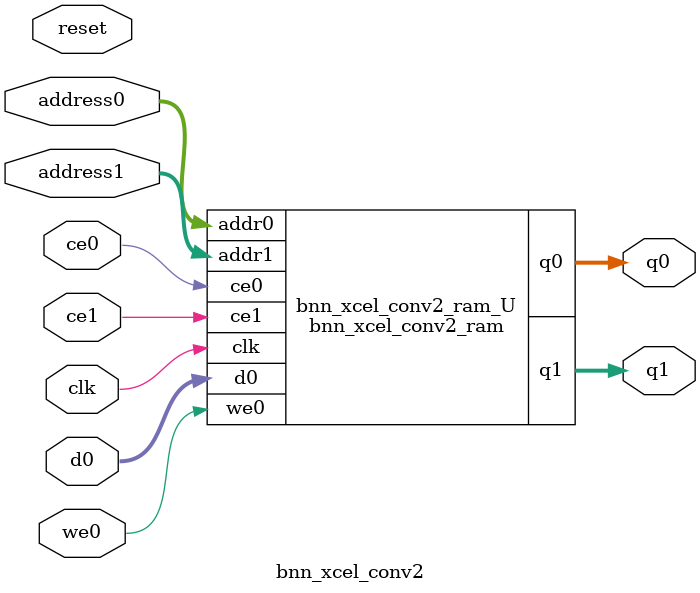
<source format=v>
`timescale 1 ns / 1 ps
module bnn_xcel_conv2_ram (addr0, ce0, d0, we0, q0, addr1, ce1, q1,  clk);

parameter DWIDTH = 32;
parameter AWIDTH = 6;
parameter MEM_SIZE = 64;

input[AWIDTH-1:0] addr0;
input ce0;
input[DWIDTH-1:0] d0;
input we0;
output reg[DWIDTH-1:0] q0;
input[AWIDTH-1:0] addr1;
input ce1;
output reg[DWIDTH-1:0] q1;
input clk;

(* ram_style = "block" *)reg [DWIDTH-1:0] ram[0:MEM_SIZE-1];




always @(posedge clk)  
begin 
    if (ce0) begin
        if (we0) 
            ram[addr0] <= d0; 
        q0 <= ram[addr0];
    end
end


always @(posedge clk)  
begin 
    if (ce1) begin
        q1 <= ram[addr1];
    end
end


endmodule

`timescale 1 ns / 1 ps
module bnn_xcel_conv2(
    reset,
    clk,
    address0,
    ce0,
    we0,
    d0,
    q0,
    address1,
    ce1,
    q1);

parameter DataWidth = 32'd32;
parameter AddressRange = 32'd64;
parameter AddressWidth = 32'd6;
input reset;
input clk;
input[AddressWidth - 1:0] address0;
input ce0;
input we0;
input[DataWidth - 1:0] d0;
output[DataWidth - 1:0] q0;
input[AddressWidth - 1:0] address1;
input ce1;
output[DataWidth - 1:0] q1;



bnn_xcel_conv2_ram bnn_xcel_conv2_ram_U(
    .clk( clk ),
    .addr0( address0 ),
    .ce0( ce0 ),
    .we0( we0 ),
    .d0( d0 ),
    .q0( q0 ),
    .addr1( address1 ),
    .ce1( ce1 ),
    .q1( q1 ));

endmodule


</source>
